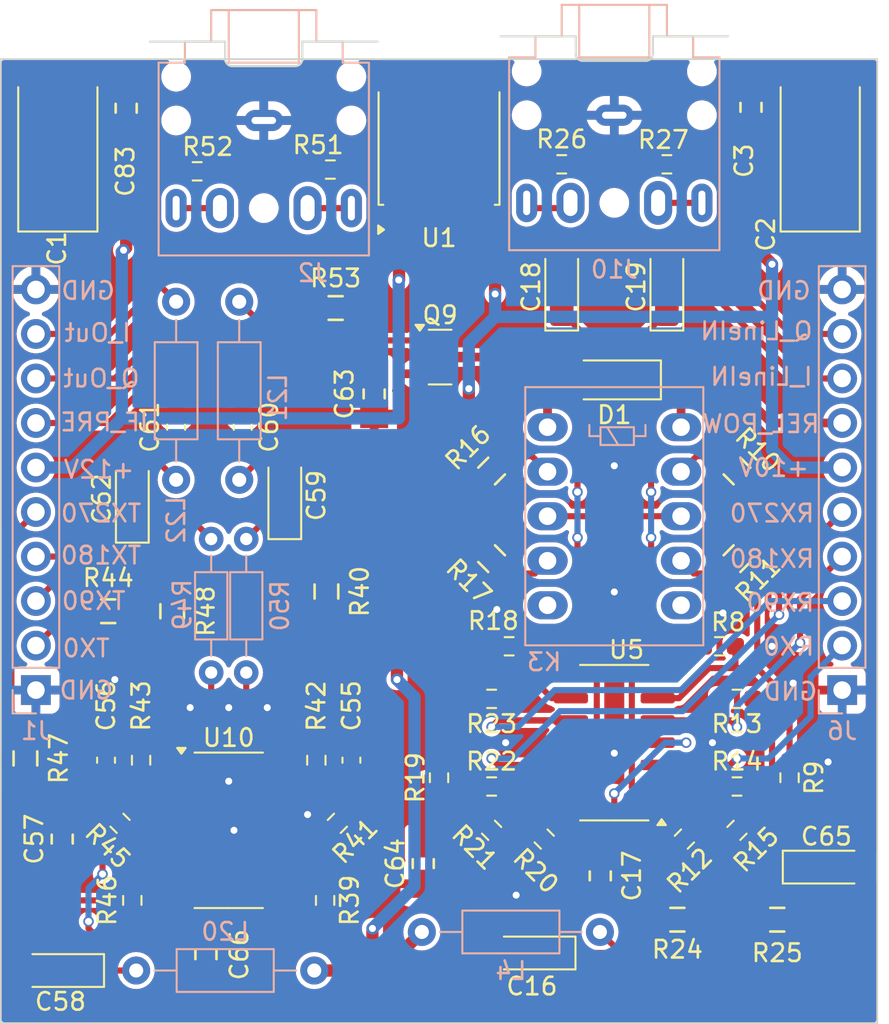
<source format=kicad_pcb>
(kicad_pcb (version 20240108) (generator "pcbnew") (generator_version "8.0")
  (layers (0 "F.Cu" signal) (31 "B.Cu" signal) (34 "B.Paste" user) (35 "F.Paste" user) (36 "B.SilkS" user "B.Silkscreen") (37 "F.SilkS" user "F.Silkscreen") (38 "B.Mask" user) (39 "F.Mask" user) (44 "Edge.Cuts" user))
  (net 0 "")
  (net 1 "GND")
  (net 2 "Net-(K3-Pad4)")
  (net 3 "Net-(K3-Pad9)")
  (net 4 "Net-(K3-Pad7)")
  (net 5 "Net-(K3-Pad2)")
  (net 6 "RELAY_POWER")
  (net 7 "I_LINE_IN")
  (net 8 "Q_LINE_IN")
  (net 9 "+10V")
  (net 10 "Net-(U5E-V+)")
  (net 11 "Net-(U5C--)")
  (net 12 "Net-(R12-Pad1)")
  (net 13 "Net-(U5D--)")
  (net 14 "RX180")
  (net 15 "+5V")
  (net 16 "RX0")
  (net 17 "Net-(U5B--)")
  (net 18 "R_LINE_IN")
  (net 19 "Net-(R19-Pad2)")
  (net 20 "Net-(U5A--)")
  (net 21 "RX270")
  (net 22 "RX90")
  (net 23 "TX180")
  (net 24 "TX0")
  (net 25 "TX90")
  (net 26 "TX270")
  (net 27 "L_LINE_IN")
  (net 28 "Net-(D1-A)")
  (net 29 "+12V")
  (net 30 "PREAMP")
  (net 31 "Net-(C55-Pad1)")
  (net 32 "Net-(U10B--)")
  (net 33 "Net-(U10A--)")
  (net 34 "Net-(C56-Pad1)")
  (net 35 "Net-(Q9-B)")
  (net 36 "TX_IQ_Q")
  (net 37 "TX_IQ_I")
  (net 38 "Net-(R39-Pad1)")
  (net 39 "Net-(R46-Pad1)")
  (net 40 "Net-(U10C--)")
  (net 41 "Net-(U10D--)")
  (net 42 "Net-(U10E-V+)")
  (net 43 "Net-(C62-Pad1)")
  (net 44 "Net-(C59-Pad1)")
  (net 45 "Net-(C59-Pad2)")
  (net 46 "Net-(C61-Pad2)")
  (footprint "Resistor_SMD:R_0603_1608Metric_Pad0.98x0.95mm_HandSolder" (layer "F.Cu") (at 139 84.5 45)
    (property "Reference" "R12")
    (property "Value" "1k")
  )
  (footprint "Resistor_SMD:R_0603_1608Metric_Pad0.98x0.95mm_HandSolder" (layer "F.Cu") (at 128 84 135)
    (property "Reference" "R21")
    (property "Value" "3k")
  )
  (footprint "Resistor_SMD:R_0603_1608Metric_Pad0.98x0.95mm_HandSolder" (layer "F.Cu") (at 118.5 88 90)
    (property "Reference" "R39")
    (property "Value" "4,7k")
  )
  (footprint "Resistor_SMD:R_0603_1608Metric_Pad0.98x0.95mm_HandSolder" (layer "F.Cu") (at 131 84.5 135)
    (property "Reference" "R20")
    (property "Value" "1k")
  )
  (footprint "Resistor_SMD:R_0603_1608Metric_Pad0.98x0.95mm_HandSolder" (layer "F.Cu") (at 142 81.5)
    (property "Reference" "R14")
    (property "Value" "3k")
  )
  (footprint "Capacitor_SMD:C_0603_1608Metric_Pad1.08x0.95mm_HandSolder" (layer "F.Cu") (at 113.8 61 -90)
    (property "Reference" "C60")
    (property "Value" "10nF")
  )
  (footprint "SDR_footprints:R_1206_0603" (layer "F.Cu") (at 128 68.5 -45)
    (property "Reference" "R17")
    (property "Value" "100" (hide yes))
  )
  (footprint "Capacitor_Tantalum_SMD:CP_EIA-3216-18_Kemet-A_Pad1.58x1.35mm_HandSolder" (layer "F.Cu") (at 147.1 86.1)
    (property "Reference" "C65")
    (property "Value" "10uF")
  )
  (footprint "SDR_footprints:R_1206_0603" (layer "F.Cu") (at 142 63.5 -45)
    (property "Reference" "R10")
    (property "Value" "300" (hide yes))
  )
  (footprint "Resistor_SMD:R_0603_1608Metric_Pad0.98x0.95mm_HandSolder" (layer "F.Cu") (at 132 46)
    (property "Reference" "R26")
    (property "Value" "10k")
  )
  (footprint "Capacitor_SMD:C_0603_1608Metric_Pad1.08x0.95mm_HandSolder" (layer "F.Cu") (at 120 80 -90)
    (property "Reference" "C55")
    (property "Value" "390pF")
  )
  (footprint "Resistor_SMD:R_0603_1608Metric_Pad0.98x0.95mm_HandSolder" (layer "F.Cu") (at 125 81 -90)
    (property "Reference" "R19")
    (property "Value" "1k")
  )
  (footprint "Capacitor_Tantalum_SMD:CP_EIA-7343-15_Kemet-W_Pad2.25x2.55mm_HandSolder" (layer "F.Cu") (at 103.25 45.25 90)
    (property "Reference" "C1")
    (property "Value" "100uF")
  )
  (footprint "Capacitor_Tantalum_SMD:CP_EIA-3216-18_Kemet-A_Pad1.58x1.35mm_HandSolder" (layer "F.Cu") (at 103.4 92 180)
    (property "Reference" "C58")
    (property "Value" "10uF")
  )
  (footprint "Resistor_SMD:R_0603_1608Metric_Pad0.98x0.95mm_HandSolder" (layer "F.Cu") (at 128 81.5)
    (property "Reference" "R22")
    (property "Value" "3k")
  )
  (footprint "SDR_footprints:R_1206_0603" (layer "F.Cu") (at 138.6 89.1 180)
    (property "Reference" "R24")
    (property "Value" "750" (hide yes))
  )
  (footprint "Capacitor_Tantalum_SMD:CP_EIA-3216-18_Kemet-A_Pad1.58x1.35mm_HandSolder" (layer "F.Cu") (at 138 53 90)
    (property "Reference" "C19")
    (property "Value" "10uF")
  )
  (footprint "Resistor_SMD:R_0603_1608Metric_Pad0.98x0.95mm_HandSolder" (layer "F.Cu") (at 128 76.5 180)
    (property "Reference" "R23")
    (property "Value" "3k")
  )
  (footprint "Capacitor_Tantalum_SMD:CP_EIA-3216-18_Kemet-A_Pad1.58x1.35mm_HandSolder" (layer "F.Cu") (at 116.2 64.9 90)
    (property "Reference" "C59")
    (property "Value" "4,7uF")
  )
  (footprint "SDR_footprints:R_1206_0603" (layer "F.Cu") (at 118.575 70.375 -90)
    (property "Reference" "R40")
    (property "Value" "1" (hide yes))
  )
  (footprint "SDR_footprints:C_1206_0603" (layer "F.Cu") (at 107.15 42.8 90)
    (property "Reference" "C83")
    (property "Value" "100nF")
  )
  (footprint "Resistor_SMD:R_0603_1608Metric_Pad0.98x0.95mm_HandSolder" (layer "F.Cu") (at 129 73.5 180)
    (property "Reference" "R18")
    (property "Value" "3k")
  )
  (footprint "Resistor_SMD:R_0603_1608Metric_Pad0.98x0.95mm_HandSolder" (layer "F.Cu") (at 106.8 83.6 -45)
    (property "Reference" "R45")
    (property "Value" "4,7k")
  )
  (footprint "Resistor_SMD:R_0603_1608Metric_Pad0.98x0.95mm_HandSolder" (layer "F.Cu") (at 118.8 46.3 180)
    (property "Reference" "R51")
    (property "Value" "10k")
  )
  (footprint "SDR_footprints:R_1206_0603" (layer "F.Cu") (at 109.775 71.5 -90)
    (property "Reference" "R48")
    (property "Value" "1" (hide yes))
  )
  (footprint "SDR_footprints:C_1206_0603" (layer "F.Cu") (at 121.3 59.1 -90)
    (property "Reference" "C63")
    (property "Value" "22..47nF")
  )
  (footprint "Resistor_SMD:R_0603_1608Metric_Pad0.98x0.95mm_HandSolder" (layer "F.Cu") (at 118 80 -90)
    (property "Reference" "R42")
    (property "Value" "4,7k")
  )
  (footprint "SDR_footprints:R_1206_0603" (layer "F.Cu") (at 128 63.5 45)
    (property "Reference" "R16")
    (property "Value" "300" (hide yes))
  )
  (footprint "SDR_footprints:R_1206_0603" (layer "F.Cu") (at 142 68.5 -135)
    (property "Reference" "R11")
    (property "Value" "100" (hide yes))
  )
  (footprint "Capacitor_SMD:C_0603_1608Metric_Pad1.08x0.95mm_HandSolder" (layer "F.Cu") (at 106 80 -90)
    (property "Reference" "C56")
    (property "Value" "390pF")
  )
  (footprint "SDR_footprints:R_1206_0603" (layer "F.Cu") (at 101.4 79.9 -90)
    (property "Reference" "R47")
    (property "Value" "1" (hide yes))
  )
  (footprint "Capacitor_SMD:C_0603_1608Metric_Pad1.08x0.95mm_HandSolder" (layer "F.Cu") (at 110 61 -90)
    (property "Reference" "C61")
    (property "Value" "10nF")
  )
  (footprint "Resistor_SMD:R_0603_1608Metric_Pad0.98x0.95mm_HandSolder" (layer "F.Cu") (at 108 80 -90)
    (property "Reference" "R43")
    (property "Value" "4,7k")
  )
  (footprint "SDR_footprints:C_1206_0603" (layer "F.Cu") (at 124.1 85.9 90)
    (property "Reference" "C64")
    (property "Value" "100nF")
  )
  (footprint "Resistor_SMD:R_0603_1608Metric_Pad0.98x0.95mm_HandSolder" (layer "F.Cu") (at 142 76.5 180)
    (property "Reference" "R13")
    (property "Value" "3k")
  )
  (footprint "Resistor_SMD:R_0603_1608Metric_Pad0.98x0.95mm_HandSolder" (layer "F.Cu") (at 145 81 90)
    (property "Reference" "R9")
    (property "Value" "1k")
  )
  (footprint "Capacitor_Tantalum_SMD:CP_EIA-3216-18_Kemet-A_Pad1.58x1.35mm_HandSolder" (layer "F.Cu") (at 132 53 90)
    (property "Reference" "C18")
    (property "Value" "10uF")
  )
  (footprint "Diode_SMD:D_MiniMELF" (layer "F.Cu") (at 135 58.3 180)
    (property "Reference" "D1")
    (property "Value" "LL4148")
  )
  (footprint "SDR_footprints:R_1206_0603" (layer "F.Cu") (at 144.3 89.1 180)
    (property "Reference" "R25")
    (property "Value" "750" (hide yes))
  )
  (footprint "Package_TO_SOT_SMD:SOT-23" (layer "F.Cu") (at 125.0625 57)
    (property "Reference" "Q9")
    (property "Value" "MMBT2222A")
  )
  (footprint "Resistor_SMD:R_0603_1608Metric_Pad0.98x0.95mm_HandSolder" (layer "F.Cu") (at 107.5 88 90)
    (property "Reference" "R46")
    (property "Value" "4,7k")
  )
  (footprint "Resistor_SMD:R_0603_1608Metric_Pad0.98x0.95mm_HandSolder" (layer "F.Cu") (at 119.2 83.6 -135)
    (property "Reference" "R41")
    (property "Value" "4,7k")
  )
  (footprint "SDR_footprints:C_1206_0603" (layer "F.Cu") (at 134.2 86.6 90)
    (property "Reference" "C17")
    (property "Value" "100nF")
  )
  (footprint "Package_TO_SOT_SMD:TO-252-2" (layer "F.Cu") (at 125 45 90)
    (property "Reference" "U1")
    (property "Value" "78M09")
  )
  (footprint "SDR_footprints:R_1206_0603" (layer "F.Cu") (at 106.125 71.5)
    (property "Reference" "R44")
    (property "Value" "1" (hide yes))
  )
  (footprint "SDR_footprints:C_1206_0603" (layer "F.Cu") (at 103.5 84.5 -90)
    (property "Reference" "C57")
    (property "Value" "100nF")
  )
  (footprint "Resistor_SMD:R_0603_1608Metric_Pad0.98x0.95mm_HandSolder" (layer "F.Cu") (at 138 46)
    (property "Reference" "R27")
    (property "Value" "10k")
  )
  (footprint "Capacitor_Tantalum_SMD:CP_EIA-3216-18_Kemet-A_Pad1.58x1.35mm_HandSolder" (layer "F.Cu") (at 107.5 65.1 90)
    (property "Reference" "C62")
    (property "Value" "4,7uF")
  )
  (footprint "Resistor_SMD:R_0603_1608Metric_Pad0.98x0.95mm_HandSolder" (layer "F.Cu") (at 141 73.5 180)
    (property "Reference" "R8")
    (property "Value" "3k")
  )
  (footprint "SDR_footprints:R_1206_0603" (layer "F.Cu") (at 119.1 54.2 180)
    (property "Reference" "R53")
    (property "Value" "2..4.7k" (hide yes))
  )
  (footprint "Package_SO:SOIC-14_3.9x8.7mm_P1.27mm" (layer "F.Cu") (at 135 79 180)
    (property "Reference" "U5")
    (property "Value" "MC33079" (hide yes))
  )
  (footprint "Resistor_SMD:R_0603_1608Metric_Pad0.98x0.95mm_HandSolder" (layer "F.Cu") (at 142 84 45)
    (property "Reference" "R15")
    (property "Value" "3k")
  )
  (footprint "Resistor_SMD:R_0603_1608Metric_Pad0.98x0.95mm_HandSolder" (layer "F.Cu") (at 111.2 46.4)
    (property "Reference" "R52")
    (property "Value" "10k")
  )
  (footprint "Package_SO:SOIC-14_3.9x8.7mm_P1.27mm" (layer "F.Cu") (at 113 84)
    (property "Reference" "U10")
    (property "Value" "MC33079")
  )
  (footprint "Capacitor_Tantalum_SMD:CP_EIA-7343-15_Kemet-W_Pad2.25x2.55mm_HandSolder" (layer "F.Cu") (at 146.75 45.25 90)
    (property "Reference" "C2")
    (property "Value" "100uF")
  )
  (footprint "SDR_footprints:C_1206_0603" (layer "F.Cu") (at 142.8 42.75 90)
    (property "Reference" "C3")
    (property "Value" "100nF")
  )
  (footprint "Capacitor_Tantalum_SMD:CP_EIA-3216-18_Kemet-A_Pad1.58x1.35mm_HandSolder" (layer "F.Cu") (at 130.3 91 180)
    (property "Reference" "C16")
    (property "Value" "10uF")
  )
  (footprint "SDR_footprints:C_1206_0603" (layer "F.Cu") (at 111.7 91.1 90)
    (property "Reference" "C66")
    (property "Value" "100nF")
  )
  (footprint "Inductor_THT:L_Axial_L5.3mm_D2.2mm_P10.16mm_Horizontal_Vishay_IM-1" (layer "B.Cu") (at 110 64 90)
    (property "Reference" "L22")
    (property "Value" "4.7mH")
  )
  (footprint "Connector_PinHeader_2.54mm:PinHeader_1x10_P2.54mm_Vertical" (layer "B.Cu") (at 102 76)
    (property "Reference" "J1")
    (property "Value" "TX")
  )
  (footprint "Inductor_THT:L_Axial_L5.3mm_D2.2mm_P10.16mm_Horizontal_Vishay_IM-1" (layer "B.Cu") (at 124.02 89.8)
    (property "Reference" "L4")
    (property "Value" "100uH")
  )
  (footprint "Relay_THT:Relay_DPDT_FRT5" (layer "B.Cu") (at 138.81 61 180)
    (property "Reference" "K3")
    (property "Value" "FRT5_separated")
  )
  (footprint "Connector_Audio:Jack_3.5mm_CUI_SJ1-3525N_Horizontal" (layer "B.Cu") (at 135 43.2)
    (property "Reference" "J10")
    (property "Value" "AudioJack3_Ground_SwitchTR")
    (fp_line (start -6.5 -4.5) (end -2.2 -4.5) (stroke (width 0.12)) (layer "Edge.Cuts"))
    (fp_line (start -2.2 -4.5) (end -2.2 -3.5) (stroke (width 0.12)) (layer "Edge.Cuts"))
    (fp_line (start -1.8 -3.1) (end 1.8 -3.1) (stroke (width 0.12)) (layer "Edge.Cuts"))
    (fp_line (start 2.2 -4.5) (end 2.2 -3.5) (stroke (width 0.12)) (layer "Edge.Cuts"))
    (fp_line (start 6.5 -4.5) (end 2.2 -4.5) (stroke (width 0.12)) (layer "Edge.Cuts"))
    (fp_arc (start -1.8 -3.1) (mid -2.082842 -3.217158) (end -2.2 -3.5) (stroke (width 0.12)) (layer "Edge.Cuts"))
    (fp_arc (start 2.2 -3.5) (mid 2.082843 -3.217157) (end 1.8 -3.1) (stroke (width 0.12)) (layer "Edge.Cuts"))
  )
  (footprint "Inductor_THT:L_Axial_L5.3mm_D2.2mm_P10.16mm_Horizontal_Vishay_IM-1" (layer "B.Cu") (at 113.6 64 90)
    (property "Reference" "L21")
    (property "Value" "4.7mH")
  )
  (footprint "Connector_PinHeader_2.54mm:PinHeader_1x10_P2.54mm_Vertical" (layer "B.Cu") (at 148 76)
    (property "Reference" "J6")
    (property "Value" "RX")
  )
  (footprint "Inductor_THT:L_Axial_L5.3mm_D2.2mm_P10.16mm_Horizontal_Vishay_IM-1" (layer "B.Cu") (at 117.88 92 180)
    (property "Reference" "L20")
    (property "Value" "100uH")
  )
  (footprint "Resistor_THT:R_Axial_DIN0204_L3.6mm_D1.6mm_P7.62mm_Horizontal" (layer "B.Cu") (at 114 75 90)
    (property "Reference" "R50")
    (property "Value" "1k")
  )
  (footprint "Resistor_THT:R_Axial_DIN0204_L3.6mm_D1.6mm_P7.62mm_Horizontal" (layer "B.Cu") (at 112 75 90)
    (property "Reference" "R49")
    (property "Value" "1k")
  )
  (footprint "Connector_Audio:Jack_3.5mm_CUI_SJ1-3525N_Horizontal" (layer "B.Cu") (at 115 43.5)
    (property "Reference" "J2")
    (property "Value" "AudioJack3_Ground_SwitchTR")
    (fp_line (start -6.5 -4.5) (end -2.2 -4.5) (stroke (width 0.12)) (layer "Edge.Cuts"))
    (fp_line (start -2.2 -4.5) (end -2.2 -3.5) (stroke (width 0.12)) (layer "Edge.Cuts"))
    (fp_line (start -1.8 -3.1) (end 1.8 -3.1) (stroke (width 0.12)) (layer "Edge.Cuts"))
    (fp_line (start 2.2 -4.5) (end 2.2 -3.5) (stroke (width 0.12)) (layer "Edge.Cuts"))
    (fp_line (start 6.5 -4.5) (end 2.2 -4.5) (stroke (width 0.12)) (layer "Edge.Cuts"))
    (fp_arc (start -1.8 -3.1) (mid -2.082842 -3.217158) (end -2.2 -3.5) (stroke (width 0.12)) (layer "Edge.Cuts"))
    (fp_arc (start 2.2 -3.5) (mid 2.082843 -3.217157) (end 1.8 -3.1) (stroke (width 0.12)) (layer "Edge.Cuts"))
  )
  (gr_line (start 150 40) (end 100 40) (stroke (width 0.1)) (layer "Edge.Cuts"))
  (gr_line (start 150 95) (end 150 40) (stroke (width 0.1)) (layer "Edge.Cuts"))
  (gr_line (start 100 95) (end 150 95) (stroke (width 0.1)) (layer "Edge.Cuts"))
  (gr_line (start 100 40) (end 100 95) (stroke (width 0.1)) (layer "Edge.Cuts"))
  (gr_text "TX0" (at 106.3 74.2 0) (layer "B.SilkS") (effects (font (size 1 1)) (justify left bottom mirror)))
  (gr_text "RX180\n" (at 146.5 69.1 0) (layer "B.SilkS") (effects (font (size 1 1)) (justify left bottom mirror)))
  (gr_text "TX90" (at 107.2 71.5 0) (layer "B.SilkS") (effects (font (size 1 1)) (justify left bottom mirror)))
  (gr_text "RX0" (at 146.5 74.1 0) (layer "B.SilkS") (effects (font (size 1 1)) (justify left bottom mirror)))
  (gr_text "TX180" (at 108.1 68.9 0) (layer "B.SilkS") (effects (font (size 1 1)) (justify left bottom mirror)))
  (gr_text "Q_LineIN" (at 146.4 56.1 0) (layer "B.SilkS") (effects (font (size 1 1)) (justify left bottom mirror)))
  (gr_text "REL_POW" (at 146.8 61.4 -0) (layer "B.SilkS") (effects (font (size 1 1)) (justify left bottom mirror)))
  (gr_text "RX90" (at 146.5 71.6 0) (layer "B.SilkS") (effects (font (size 1 1)) (justify left bottom mirror)))
  (gr_text "+12V" (at 107.7 64 0) (layer "B.SilkS") (effects (font (size 1 1)) (justify left bottom mirror)))
  (gr_text "Q_Out" (at 108 58.8 0) (layer "B.SilkS") (effects (font (size 1 1)) (justify left bottom mirror)))
  (gr_text "RX270\n" (at 146.5 66.5 0) (layer "B.SilkS") (effects (font (size 1 1)) (justify left bottom mirror)))
  (gr_text "I_LineIN" (at 146.4 58.7 0) (layer "B.SilkS") (effects (font (size 1 1)) (justify left bottom mirror)))
  (gr_text "GND" (at 146.67 76.665 0) (layer "B.SilkS") (effects (font (size 1 1)) (justify left bottom mirror)))
  (gr_text "GND" (at 106.6 53.8 0) (layer "B.SilkS") (effects (font (size 1 1)) (justify left bottom mirror)))
  (gr_text "GND" (at 106.5 76.6 0) (layer "B.SilkS") (effects (font (size 1 1)) (justify left bottom mirror)))
  (gr_text "TX270" (at 108.1 66.5 0) (layer "B.SilkS") (effects (font (size 1 1)) (justify left bottom mirror)))
  (gr_text "+10V\n" (at 146.2 63.9 0) (layer "B.SilkS") (effects (font (size 1 1)) (justify left bottom mirror)))
  (gr_text "I_Out" (at 107.5 56.2 0) (layer "B.SilkS") (effects (font (size 1 1)) (justify left bottom mirror)))
  (gr_text "IF_PRE" (at 108.5 61.3 0) (layer "B.SilkS") (effects (font (size 1 1)) (justify left bottom mirror)))
  (gr_text "GND" (at 146.3 53.8 0) (layer "B.SilkS") (effects (font (size 1 1)) (justify left bottom mirror)))
  (segment (start 117.5 83.8) (end 117.5 83.1) (width 0.35) (layer "F.Cu") (net 1))
  (segment (start 117.3 84) (end 117.5 83.8) (width 0.35) (layer "F.Cu") (net 1))
  (segment (start 134.2 87.75) (end 129.45 87.75) (width 0.35) (layer "F.Cu") (net 1))
  (segment (start 113 77) (end 113 81.2) (width 0.35) (layer "F.Cu") (net 1))
  (segment (start 105.9 76) (end 106.5 75.4) (width 0.35) (layer "F.Cu") (net 1))
  (segment (start 146.5 76) (end 145.6 75.1) (width 0.35) (layer "F.Cu") (net 1))
  (segment (start 145.2 75.5) (end 145.2 75.6) (width 0.35) (layer "F.Cu") (net 1))
  (segment (start 135 79.6) (end 135 70.4) (width 0.35) (layer "F.Cu") (net 1))
  (segment (start 148 79.3) (end 147.2 80.1) (width 0.35) (layer "F.Cu") (net 1))
  (segment (start 148 76) (end 146.5 76) (width 0.35) (layer "F.Cu") (net 1))
  (segment (start 129.45 87.75) (end 129.4 87.7) (width 0.35) (layer "F.Cu") (net 1))
  (segment (start 145.6 75.1) (end 144 73.5) (width 0.35) (layer "F.Cu") (net 1))
  (segment (start 102 76) (end 105.9 76) (width 0.35) (layer "F.Cu") (net 1))
  (segment (start 115.475 84) (end 117.3 84) (width 0.35) (layer "F.Cu") (net 1))
  (segment (start 148 76) (end 148 79.3) (width 0.35) (layer "F.Cu") (net 1))
  (segment (start 132.525 79) (end 128.8 79) (width 0.35) (layer "F.Cu") (net 1))
  (segment (start 115.475 84) (end 113.3 84) (width 0.35) (layer "F.Cu") (net 1))
  (segment (start 145.6 75.1) (end 145.2 75.5) (width 0.35) (layer "F.Cu") (net 1))
  (via (at 135 63.2) (size 0.6) (drill 0.4) (layers "F.Cu" "B.Cu") (net 1))
  (via (at 128.8 79) (size 0.6) (drill 0.4) (layers "F.Cu" "B.Cu") (net 1))
  (via (at 106.5 75.4) (size 0.6) (drill 0.4) (layers "F.Cu" "B.Cu") (net 1))
  (via (at 113 77) (size 0.6) (drill 0.4) (layers "F.Cu" "B.Cu") (net 1))
  (via (at 140.6 79) (size 0.6) (drill 0.4) (layers "F.Cu" "B.Cu") (net 1))
  (via (at 113 81.2) (size 0.6) (drill 0.4) (layers "F.Cu" "B.Cu") (net 1))
  (via (at 135 70.4) (size 0.6) (drill 0.4) (layers "F.Cu" "B.Cu") (net 1))
  (via (at 128.3 71.4) (size 0.6) (drill 0.4) (layers "F.Cu" "B.Cu") (net 1))
  (via (at 115.2 77) (size 0.6) (drill 0.4) (layers "F.Cu" "B.Cu") (net 1))
  (via (at 141.2 71.6) (size 0.6) (drill 0.4) (layers "F.Cu" "B.Cu") (net 1))
  (via (at 110.8 77) (size 0.6) (drill 0.4) (layers "F.Cu" "B.Cu") (net 1))
  (via (at 147.2 80.1) (size 0.6) (drill 0.4) (layers "F.Cu" "B.Cu") (net 1))
  (via (at 144 73.5) (size 0.6) (drill 0.4) (layers "F.Cu" "B.Cu") (net 1))
  (via (at 117.5 83.1) (size 0.6) (drill 0.4) (layers "F.Cu" "B.Cu") (net 1))
  (via (at 129.4 87.7) (size 0.6) (drill 0.4) (layers "F.Cu" "B.Cu") (net 1))
  (via (at 145.2 75.6) (size 0.6) (drill 0.4) (layers "F.Cu" "B.Cu") (net 1))
  (via (at 135 79.6) (size 0.6) (drill 0.4) (layers "F.Cu" "B.Cu") (net 1))
  (via (at 113.3 84) (size 0.6) (drill 0.4) (layers "F.Cu" "B.Cu") (net 1))
  (segment (start 140.6 79) (end 142.8 79) (width 0.35) (layer "B.Cu") (net 1))
  (segment (start 135 70.4) (end 137.4 72.8) (width 0.35) (layer "B.Cu") (net 1))
  (segment (start 135 70.4) (end 135 63.2) (width 0.35) (layer "B.Cu") (net 1))
  (segment (start 139.6 78) (end 136.6 78) (width 0.35) (layer "B.Cu") (net 1))
  (segment (start 136.6 78) (end 135 79.6) (width 0.35) (layer "B.Cu") (net 1))
  (segment (start 106.5 75.4) (end 109.2 75.4) (width 0.35) (layer "B.Cu") (net 1))
  (segment (start 129.6 72.7) (end 128.3 71.4) (width 0.35) (layer "B.Cu") (net 1))
  (segment (start 135 71.7) (end 134.75 71.95) (width 0.35) (layer "B.Cu") (net 1))
  (segment (start 140 72.8) (end 141.2 71.6) (width 0.35) (layer "B.Cu") (net 1))
  (segment (start 140.6 79) (end 139.6 78) (width 0.35) (layer "B.Cu") (net 1))
  (segment (start 110.8 77) (end 113 77) (width 0.35) (layer "B.Cu") (net 1))
  (segment (start 137.4 72.8) (end 140 72.8) (width 0.35) (layer "B.Cu") (net 1))
  (segment (start 142.8 79) (end 143.4 78.4) (width 0.35) (layer "B.Cu") (net 1))
  (segment (start 135 70.4) (end 135 71.7) (width 0.35) (layer "B.Cu") (net 1))
  (segment (start 143.4 77.4) (end 143.4 78.4) (width 0.35) (layer "B.Cu") (net 1))
  (segment (start 134 72.7) (end 129.6 72.7) (width 0.35) (layer "B.Cu") (net 1))
  (segment (start 109.2 75.4) (end 110.8 77) (width 0.35) (layer "B.Cu") (net 1))
  (segment (start 113 77) (end 115.2 77) (width 0.35) (layer "B.Cu") (net 1))
  (segment (start 145.2 75.6) (end 143.4 77.4) (width 0.35) (layer "B.Cu") (net 1))
  (segment (start 134.75 71.95) (end 134 72.7) (width 0.35) (layer "B.Cu") (net 1))
  (segment (start 139.538528 69.348528) (end 138.81 68.62) (width 0.35) (layer "F.Cu") (net 2))
  (segment (start 141.151471 69.348528) (end 139.538528 69.348528) (width 0.35) (layer "F.Cu") (net 2))
  (segment (start 130.301472 62.651472) (end 131.19 63.54) (width 0.35) (layer "F.Cu") (net 3))
  (segment (start 128.848528 62.651472) (end 130.301472 62.651472) (width 0.35) (layer "F.Cu") (net 3))
  (segment (start 128.848528 69.348528) (end 130.461472 69.348528) (width 0.35) (layer "F.Cu") (net 4))
  (segment (start 130.461472 69.348528) (end 131.19 68.62) (width 0.35) (layer "F.Cu") (net 4))
  (segment (start 141.151472 62.651472) (end 139.698528 62.651472) (width 0.35) (layer "F.Cu") (net 5))
  (segment (start 139.698528 62.651472) (end 138.81 63.54) (width 0.35) (layer "F.Cu") (net 5))
  (segment (start 148 60.76) (end 143.96 60.76) (width 0.5) (layer "F.Cu") (net 6))
  (segment (start 138.8 58.3) (end 141.5 58.3) (width 0.5) (layer "F.Cu") (net 6))
  (segment (start 143.96 60.76) (end 141.5 58.3) (width 0.5) (layer "F.Cu") (net 6))
  (segment (start 136.75 58.3) (end 138.8 58.3) (width 0.5) (layer "F.Cu") (net 6))
  (segment (start 138.81 61) (end 138.81 58.31) (width 0.5) (layer "F.Cu") (net 6))
  (segment (start 138.81 58.31) (end 138.8 58.3) (width 0.5) (layer "F.Cu") (net 6))
  (segment (start 131.0875 46) (end 131.0875 48.4875) (width 0.35) (layer "F.Cu") (net 7))
  (segment (start 131.0875 49.6875) (end 131.6 50.2) (width 0.35) (layer "F.Cu") (net 7))
  (segment (start 140.2 53) (end 145.42 58.22) (width 0.35) (layer "F.Cu") (net 7))
  (segment (start 131.6 50.2) (end 132 50.2) (width 0.35) (layer "F.Cu") (net 7))
  (segment (start 132 51.5625) (end 132 50.2) (width 0.35) (layer "F.Cu") (net 7))
  (segment (start 131.0875 48.4875) (end 131.0875 49.6875) (width 0.35) (layer "F.Cu") (net 7))
  (segment (start 135.5 53) (end 140.2 53) (width 0.35) (layer "F.Cu") (net 7))
  (segment (start 130 48.5) (end 131.1 48.5) (width 0.35) (layer "F.Cu") (net 7))
  (segment (start 132.7 50.2) (end 135.5 53) (width 0.35) (layer "F.Cu") (net 7))
  (segment (start 131.0875 48.4875) (end 131.1 48.5) (width 0.35) (layer "F.Cu") (net 7))
  (segment (start 145.42 58.22) (end 148 58.22) (width 0.35) (layer "F.Cu") (net 7))
  (segment (start 131.1 48.5) (end 132.5 48.5) (width 0.35) (layer "F.Cu") (net 7))
  (segment (start 132 50.2) (end 132.7 50.2) (width 0.35) (layer "F.Cu") (net 7))
  (segment (start 138.9125 46) (end 138.9125 48.0875) (width 0.35) (layer "F.Cu") (net 8))
  (segment (start 138.9125 48.0875) (end 138.8 48.2) (width 0.35) (layer "F.Cu") (net 8))
  (segment (start 139.1 48.2) (end 140 48.2) (width 0.35) (layer "F.Cu") (net 8))
  (segment (start 140.9625 51.5625) (end 145.08 55.68) (width 0.35) (layer "F.Cu") (net 8))
  (segment (start 138.8 48.2) (end 139.1 48.2) (width 0.35) (layer "F.Cu") (net 8))
  (segment (start 138.8 48.2) (end 138.8 49.3) (width 0.35) (layer "F.Cu") (net 8))
  (segment (start 139.1 51.5625) (end 139.1 49.6) (width 0.35) (layer "F.Cu") (net 8))
  (segment (start 138 51.5625) (end 139.1 51.5625) (width 0.35) (layer "F.Cu") (net 8))
  (segment (start 145.08 55.68) (end 148 55.68) (width 0.35) (layer "F.Cu") (net 8))
  (segment (start 139.1 51.5625) (end 140.9625 51.5625) (width 0.35) (layer "F.Cu") (net 8))
  (segment (start 138.8 49.3) (end 139.1 49.6) (width 0.35) (layer "F.Cu") (net 8))
  (segment (start 137.5 48.2) (end 138.8 48.2) (width 0.35) (layer "F.Cu") (net 8))
  (segment (start 142.8 43.9) (end 142.8 48.5) (width 0.7) (layer "F.Cu") (net 9))
  (segment (start 121.2 89.6) (end 121.2 90.9) (width 0.7) (layer "F.Cu") (net 9))
  (segment (start 121.2 90.9) (end 122.92 90.9) (width 0.7) (layer "F.Cu") (net 9))
  (segment (start 126.7 58.8) (end 126.7 61) (width 0.7) (layer "F.Cu") (net 9))
  (segment (start 122.92 90.9) (end 123.26 90.56) (width 0.7) (layer "F.Cu") (net 9))
  (segment (start 127.28 50.04) (end 127.28 51.58) (width 0.7) (layer "F.Cu") (net 9))
  (segment (start 127.28 51.58) (end 128.2 52.5) (width 0.7) (layer "F.Cu") (net 9))
  (segment (start 146.75 48.45) (end 142.85 48.45) (width 0.7) (layer "F.Cu") (net 9))
  (segment (start 121.2 90.9) (end 120.1 92) (width 0.7) (layer "F.Cu") (net 9))
  (segment (start 122.6 65.1) (end 122.6 75.4) (width 0.7) (layer "F.Cu") (net 9))
  (segment (start 142.8 50.5) (end 144 51.7) (width 0.7) (layer "F.Cu") (net 9))
  (segment (start 142.85 48.45) (end 142.8 48.5) (width 0.7) (layer "F.Cu") (net 9))
  (segment (start 120.1 92) (end 117.88 92) (width 0.7) (layer "F.Cu") (net 9))
  (segment (start 126.7 61) (end 122.6 65.1) (width 0.7) (layer "F.Cu") (net 9))
  (segment (start 128.2 53.4) (end 128.2 52.5) (width 0.7) (layer "F.Cu") (net 9))
  (segment (start 123.26 90.56) (end 124.02 89.8) (width 0.7) (layer "F.Cu") (net 9))
  (segment (start 142.8 48.5) (end 142.8 50.5) (width 0.7) (layer "F.Cu") (net 9))
  (via (at 122.6 75.4) (size 0.6) (drill 0.4) (layers "F.Cu" "B.Cu") (net 9))
  (via (at 126.7 58.8) (size 0.6) (drill 0.4) (layers "F.Cu" "B.Cu") (net 9))
  (via (at 128.2 53.4) (size 0.6) (drill 0.4) (layers "F.Cu" "B.Cu") (net 9))
  (via (at 121.2 89.6) (size 0.6) (drill 0.4) (layers "F.Cu" "B.Cu") (net 9))
  (via (at 144 51.7) (size 0.6) (drill 0.4) (layers "F.Cu" "B.Cu") (net 9))
  (segment (start 144 62.3) (end 144 54.7) (width 0.7) (layer "B.Cu") (net 9))
  (segment (start 144 51.7) (end 144 54.7) (width 0.7) (layer "B.Cu") (net 9))
  (segment (start 122.6 75.4) (end 123.6 76.4) (width 0.7) (layer "B.Cu") (net 9))
  (segment (start 126.7 56.2) (end 128.2 54.7) (width 0.7) (layer "B.Cu") (net 9))
  (segment (start 126.7 58.8) (end 126.7 56.2) (width 0.7) (layer "B.Cu") (net 9))
  (segment (start 148 63.3) (end 145 63.3) (width 0.7) (layer "B.Cu") (net 9))
  (segment (start 123.6 87.2) (end 121.2 89.6) (width 0.7) (layer "B.Cu") (net 9))
  (segment (start 145 63.3) (end 144 62.3) (width 0.7) (layer "B.Cu") (net 9))
  (segment (start 123.6 76.4) (end 123.6 87.2) (width 0.7) (layer "B.Cu") (net 9))
  (segment (start 128.2 53.4) (end 128.2 54.7) (width 0.7) (layer "B.Cu") (net 9))
  (segment (start 128.2 54.7) (end 144 54.7) (width 0.7) (layer "B.Cu") (net 9))
  (segment (start 135.6 89.1) (end 135.6 90.4) (width 0.35) (layer "F.Cu") (net 10))
  (segment (start 134.18 89.8) (end 135.18 90.8) (width 0.35) (layer "F.Cu") (net 10))
  (segment (start 135.6 84) (end 135 83.4) (width 0.35) (layer "F.Cu") (net 10))
  (segment (start 135 91) (end 131.7375 91) (width 0.35) (layer "F.Cu") (net 10))
  (segment (start 139.1 79) (end 137.475 79) (width 0.35) (layer "F.Cu") (net 10))
  (segment (start 135.2 90.8) (end 135 91) (width 0.35) (layer "F.Cu") (net 10))
  (segment (start 135.6 90.4) (end 135.2 90.8) (width 0.35) (layer "F.Cu") (net 10))
  (segment (start 135.18 90.8) (end 135.2 90.8) (width 0.35) (layer "F.Cu") (net 10))
  (segment (start 135 83.4) (end 135 81.9) (width 0.35) (layer "F.Cu") (net 10))
  (segment (start 135.6 85.45) (end 135.6 89.1) (width 0.35) (layer "F.Cu") (net 10))
  (segment (start 135.6 85.45) (end 135.6 84) (width 0.35) (layer "F.Cu") (net 10))
  (segment (start 137.4 89.1) (end 135.6 89.1) (width 0.35) (layer "F.Cu") (net 10))
  (segment (start 134.2 85.45) (end 135.6 85.45) (width 0.35) (layer "F.Cu") (net 10))
  (via (at 135 81.9) (size 0.6) (drill 0.4) (layers "F.Cu" "B.Cu") (net 10))
  (via (at 139.1 79) (size 0.6) (drill 0.4) (layers "F.Cu" "B.Cu") (net 10))
  (segment (start 135 81.9) (end 137.9 79) (width 0.35) (layer "B.Cu") (net 10))
  (segment (start 137.9 79) (end 139.1 79) (width 0.35) (layer "B.Cu") (net 10))
  (segment (start 127.01875 74.56875) (end 129.54375 74.56875) (width 0.35) (layer "F.Cu") (net 11))
  (segment (start 128.9 67.6) (end 128 68.5) (width 0.35) (layer "F.Cu") (net 11))
  (segment (start 126.94375 73.5) (end 126.94375 69.55625) (width 0.35) (layer "F.Cu") (net 11))
  (segment (start 126.94375 73.5) (end 126.94375 74.64375) (width 0.35) (layer "F.Cu") (net 11))
  (segment (start 127.151472 64.348528) (end 128.9 66.097056) (width 0.35) (layer "F.Cu") (net 11))
  (segment (start 126.94375 74.64375) (end 127.01875 74.56875) (width 0.35) (layer "F.Cu") (net 11))
  (segment (start 125 76.5875) (end 126.94375 74.64375) (width 0.35) (layer "F.Cu") (net 11))
  (segment (start 128.0875 73.5) (end 126.94375 73.5) (width 0.35) (layer "F.Cu") (net 11))
  (segment (start 132.525 76.46) (end 131.435 76.46) (width 0.35) (layer "F.Cu") (net 11))
  (segment (start 128 68.5) (end 126.94375 69.55625) (width 0.35) (layer "F.Cu") (net 11))
  (segment (start 131.435 76.46) (end 129.54375 74.56875) (width 0.35) (layer "F.Cu") (net 11))
  (segment (start 127.151472 67.651472) (end 128 68.5) (width 0.35) (layer "F.Cu") (net 11))
  (segment (start 125 80.0875) (end 125 76.5875) (width 0.35) (layer "F.Cu") (net 11))
  (segment (start 128.9 66.097056) (end 128.9 67.6) (width 0.35) (layer "F.Cu") (net 11))
  (segment (start 137.475 82.81) (end 137.475 82.975) (width 0.35) (layer "F.Cu") (net 12))
  (segment (start 139 84.5) (end 140.4 85.9) (width 0.35) (layer "F.Cu") (net 12))
  (segment (start 138.354765 85.145235) (end 139 84.5) (width 0.35) (layer "F.Cu") (net 12))
  (segment (start 145 81.9125) (end 145 83.1) (width 0.35) (layer "F.Cu") (net 12))
  (segment (start 137.475 82.975) (end 139 84.5) (width 0.35) (layer "F.Cu") (net 12))
  (segment (start 140.4 85.9) (end 142.2 85.9) (width 0.35) (layer "F.Cu") (net 12))
  (segment (start 142.2 85.9) (end 145 83.1) (width 0.35) (layer "F.Cu") (net 12))
  (segment (start 130.96 81.54) (end 129.5 83) (width 0.35) (layer "F.Cu") (net 13))
  (segment (start 132.525 81.54) (end 133.985 81.54) (width 0.35) (layer "F.Cu") (net 13))
  (segment (start 131.19 66.08) (end 134 66.08) (width 0.35) (layer "F.Cu") (net 13))
  (segment (start 128.645235 83.854765) (end 128.645235 84.645235) (width 0.35) (layer "F.Cu") (net 13))
  (segment (start 129.5 83) (end 128.645235 83.854765) (width 0.35) (layer "F.Cu") (net 13))
  (segment (start 132.525 81.54) (end 130.96 81.54) (width 0.35) (layer "F.Cu") (net 13))
  (segment (start 130.354765 83.854765) (end 129.5 83) (width 0.35) (layer "F.Cu") (net 13))
  (segment (start 134 66.08) (end 134 81.525) (width 0.35) (layer "F.Cu") (net 13))
  (segment (start 133.985 81.54) (end 134 81.525) (width 0.35) (layer "F.Cu") (net 13))
  (segment (start 137.475 77.73) (end 141.1 77.73) (width 0.35) (layer "F.Cu") (net 14))
  (segment (start 141.0875 77.7175) (end 141.1 77.73) (width 0.35) (layer "F.Cu") (net 14))
  (segment (start 145.6 70.78) (end 148 68.38) (width 0.35) (layer "F.Cu") (net 14))
  (segment (start 141.1 77.73) (end 141.63 77.73) (width 0.35) (layer "F.Cu") (net 14))
  (segment (start 140.63 77.73) (end 139.8575 77.73) (width 0.35) (layer "F.Cu") (net 14))
  (segment (start 141.0875 76.5) (end 141.0875 77.7175) (width 0.35) (layer "F.Cu") (net 14))
  (segment (start 141.63 77.73) (end 142 78.1) (width 0.35) (layer "F.Cu") (net 14))
  (segment (start 145.6 73.3) (end 145.6 70.78) (width 0.35) (layer "F.Cu") (net 14))
  (segment (start 139.8575 77.73) (end 137.475 77.73) (width 0.35) (layer "F.Cu") (net 14))
  (via (at 142 78.1) (size 0.6) (drill 0.4) (layers "F.Cu" "B.Cu") (net 14))
  (via (at 145.6 73.3) (size 0.6) (drill 0.4) (layers "F.Cu" "B.Cu") (net 14))
  (segment (start 142 76.9) (end 142 78.1) (width 0.35) (layer "B.Cu") (net 14))
  (segment (start 145.6 73.3) (end 142 76.9) (width 0.35) (layer "B.Cu") (net 14))
  (segment (start 124.9 83.1) (end 126.3 84.5) (width 0.35) (layer "F.Cu") (net 15))
  (segment (start 126 77.5875) (end 127.0875 76.5) (width 0.35) (layer "F.Cu") (net 15))
  (segment (start 145.6 86.1) (end 144.4 84.9) (width 0.35) (layer "F.Cu") (net 15))
  (segment (start 126 82) (end 127.354765 83.354765) (width 0.35) (layer "F.Cu") (net 15))
  (segment (start 144 81) (end 146.1 81) (width 0.35) (layer "F.Cu") (net 15))
  (segment (start 126 81.5) (end 126 82) (width 0.35) (layer "F.Cu") (net 15))
  (segment (start 126 81) (end 126 77.5875) (width 0.35) (layer "F.Cu") (net 15))
  (segment (start 112.1 82.73) (end 112.1 85.27) (width 0.35) (layer "F.Cu") (net 15))
  (segment (start 144 77.5875) (end 142.9125 76.5) (width 0.35) (layer "F.Cu") (net 15))
  (segment (start 113 85.27) (end 112.1 85.27) (width 0.35) (layer "F.Cu") (net 15))
  (segment (start 113 89.95) (end 113.65 89.95) (width 0.35) (layer "F.Cu") (net 15))
  (segment (start 144 81.5) (end 144 81) (width 0.35) (layer "F.Cu") (net 15))
  (segment (start 144 81) (end 144 77.5875) (width 0.35) (layer "F.Cu") (net 15))
  (segment (start 124.1 83.1) (end 124.1 84.75) (width 0.35) (layer "F.Cu") (net 15))
  (segment (start 142.645235 83.354765) (end 144 82) (width 0.35) (layer "F.Cu") (net 15))
  (segment (start 117.1 93.4) (end 124.9 93.4) (width 0.35) (layer "F.Cu") (net 15))
  (segment (start 126 81) (end 124.2 81) (width 0.35) (layer "F.Cu") (net 15))
  (segment (start 146.1 81) (end 146.1 83.2) (width 0.35) (layer "F.Cu") (net 15))
  (segment (start 127.0875 81.5) (end 126 81.5) (width 0.35) (layer "F.Cu") (net 15))
  (segment (start 139.8 89.1) (end 141.4 89.1) (width 0.35) (layer "F.Cu") (net 15))
  (segment (start 112.1 82.73) (end 110.525 82.73) (width 0.35) (layer "F.Cu") (net 15))
  (segment (start 144 82) (end 144 81.5) (width 0.35) (layer "F.Cu") (net 15))
  (segment (start 145.6625 86.1) (end 145.6 86.1) (width 0.35) (layer "F.Cu") (net 15))
  (segment (start 142.9125 81.5) (end 144 81.5) (width 0.35) (layer "F.Cu") (net 15))
  (segment (start 115.475 85.27) (end 113 85.27) (width 0.35) (layer "F.Cu") (net 15))
  (segment (start 124.1 81.1) (end 124.1 83.1) (width 0.35) (layer "F.Cu") (net 15))
  (segment (start 124.1 83.1) (end 124.9 83.1) (width 0.35) (layer "F.Cu") (net 15))
  (segment (start 113 85.27) (end 113 89.95) (width 0.35) (layer "F.Cu") (net 15))
  (segment (start 146.1 83.2) (end 144.4 84.9) (width 0.35) (layer "F.Cu") (net 15))
  (segment (start 111.7 89.95) (end 113 89.95) (width 0.35) (layer "F.Cu") (net 15))
  (segment (start 126.3 93.1) (end 138.4 93.1) (width 0.35) (layer "F.Cu") (net 15))
  (segment (start 112.1 82.73) (end 115.475 82.73) (width 0.35) (layer "F.Cu") (net 15))
  (segment (start 141.4 90.1) (end 141.4 89.1) (width 0.35) (layer "F.Cu") (net 15))
  (segment (start 138.4 93.1) (end 141.4 90.1) (width 0.35) (layer "F.Cu") (net 15))
  (segment (start 141.4 87.9) (end 141.4 89.1) (width 0.35) (layer "F.Cu") (net 15))
  (segment (start 113.65 89.95) (end 117.1 93.4) (width 0.35) (layer "F.Cu") (net 15))
  (segment (start 124.9 93.4) (end 125.2 93.1) (width 0.35) (layer "F.Cu") (net 15))
  (segment (start 141.4 89.1) (end 143.1 89.1) (width 0.35) (layer "F.Cu") (net 15))
  (segment (start 112.1 85.27) (end 110.525 85.27) (width 0.35) (layer "F.Cu") (net 15))
  (segment (start 126.3 84.5) (end 126.3 93.1) (width 0.35) (layer "F.Cu") (net 15))
  (segment (start 126 81.5) (end 126 81) (width 0.35) (layer "F.Cu") (net 15))
  (segment (start 144.4 84.9) (end 141.4 87.9) (width 0.35) (layer "F.Cu") (net 15))
  (segment (start 124.2 81) (end 124.1 81.1) (width 0.35) (layer "F.Cu") (net 15))
  (segment (start 125.2 93.1) (end 126.3 93.1) (width 0.35) (layer "F.Cu") (net 15))
  (segment (start 141.97 79.9) (end 141.6 80.27) (width 0.35) (layer "F.Cu") (net 16))
  (segment (start 137.475 80.27) (end 141.1 80.27) (width 0.35) (layer "F.Cu") (net 16))
  (segment (start 141.6 80.27) (end 141.1 80.27) (width 0.35) (layer "F.Cu") (net 16))
  (segment (start 141.0875 81.5) (end 141.0875 80.2825) (width 0.35) (layer "F.Cu") (net 16))
  (segment (start 141.0875 80.2825) (end 141.1 80.27) (width 0.35) (layer "F.Cu") (net 16))
  (segment (start 142 79.9) (end 141.97 79.9) (width 0.35) (layer "F.Cu") (net 16))
  (via (at 142 79.9) (size 0.6) (drill 0.4) (layers "F.Cu" "B.Cu") (net 16))
  (segment (start 148 73.46) (end 146.2 75.26) (width 0.35) (layer "B.Cu") (net 16))
  (segment (start 146.2 75.26) (end 146.2 77.5) (width 0.35) (layer "B.Cu") (net 16))
  (segment (start 146.2 77.5) (end 143.8 79.9) (width 0.35) (layer "B.Cu") (net 16))
  (segment (start 143.8 79.9) (end 142 79.9) (width 0.35) (layer "B.Cu") (net 16))
  (segment (start 143.15625 74.74375) (end 145 76.5875) (width 0.35) (layer "F.Cu") (net 17))
  (segment (start 143.15625 69.65625) (end 142 68.5) (width 0.35) (layer "F.Cu") (net 17))
  (segment (start 141.1 66.097056) (end 142.848528 64.348528) (width 0.35) (layer "F.Cu") (net 17))
  (segment (start 141.9125 73.5) (end 141.9125 74.73125) (width 0.35) (layer "F.Cu") (net 17))
  (segment (start 137.475 76.46) (end 138.69 76.46) (width 0.35) (layer "F.Cu") (net 17))
  (segment (start 141.1 67.6) (end 141.1 66.097056) (width 0.35) (layer "F.Cu") (net 17))
  (segment (start 138.69 76.46) (end 140.40625 74.74375) (width 0.35) (layer "F.Cu") (net 17))
  (segment (start 141.925 74.74375) (end 143.15625 74.74375) (width 0.35) (layer "F.Cu") (net 17))
  (segment (start 141.9125 74.73125) (end 141.925 74.74375) (width 0.35) (layer "F.Cu") (net 17))
  (segment (start 143.15625 69.65625) (end 143.15625 74.74375) (width 0.35) (layer "F.Cu") (net 17))
  (segment (start 145 80.0875) (end 145 76.5875) (width 0.35) (layer "F.Cu") (net 17))
  (segment (start 140.40625 74.74375) (end 141.925 74.74375) (width 0.35) (layer "F.Cu") (net 17))
  (segment (start 142.84853 67.651472) (end 142 68.5) (width 0.35) (layer "F.Cu") (net 17))
  (segment (start 142 68.5) (end 141.1 67.6) (width 0.35) (layer "F.Cu") (net 17))
  (segment (start 134.4 56.8375) (end 132 54.4375) (width 0.35) (layer "F.Cu") (net 18))
  (segment (start 132.9 62.1) (end 132.9 64.7) (width 0.35) (layer "F.Cu") (net 18))
  (segment (start 134.4 60.6) (end 132.9 62.1) (width 0.35) (layer "F.Cu") (net 18))
  (segment (start 129.9125 73.5) (end 132.525 73.5) (width 0.35) (layer "F.Cu") (net 18))
  (segment (start 132.525 73.5) (end 132.525 73.175) (width 0.35) (layer "F.Cu") (net 18))
  (segment (start 132.525 75.19) (end 132.525 73.5) (width 0.35) (layer "F.Cu") (net 18))
  (segment (start 134.4 60.6) (end 134.4 56.8375) (width 0.35) (layer "F.Cu") (net 18))
  (segment (start 132.525 73.175) (end 132.9 72.8) (width 0.35) (layer "F.Cu") (net 18))
  (segment (start 132.9 72.8) (end 132.9 67.3) (width 0.35) (layer "F.Cu") (net 18))
  (via (at 132.9 64.7) (size 0.6) (drill 0.4) (layers "F.Cu" "B.Cu") (net 18))
  (via (at 132.9 67.3) (size 0.6) (drill 0.4) (layers "F.Cu" "B.Cu") (net 18))
  (segment (start 132.9 64.7) (end 132.9 67.3) (width 0.35) (layer "B.Cu") (net 18))
  (segment (start 125 82.3) (end 128.307103 85.607103) (width 0.35) (layer "F.Cu") (net 19))
  (segment (start 132.525 82.975) (end 131 84.5) (width 0.35) (layer "F.Cu") (net 19))
  (segment (start 131.645235 85.145235) (end 131 84.5) (width 0.35) (layer "F.Cu") (net 19))
  (segment (start 132.525 82.81) (end 132.525 82.975) (width 0.35) (layer "F.Cu") (net 19))
  (segment (start 129.892897 85.607103) (end 131 84.5) (width 0.35) (layer "F.Cu") (net 19))
  (segment (start 125 81.9125) (end 125 82.3) (width 0.35) (layer "F.Cu") (net 19))
  (segment (start 128.307103 85.607103) (end 129.892897 85.607103) (width 0.35) (layer "F.Cu") (net 19))
  (segment (start 140.45 83.05) (end 141.354765 83.954765) (width 0.35) (layer "F.Cu") (net 20))
  (segment (start 138.81 66.08) (end 136 66.08) (width 0.35) (layer "F.Cu") (net 20))
  (segment (start 137.475 81.54) (end 136 81.54) (width 0.35) (layer "F.Cu") (net 20))
  (segment (start 136 81.54) (end 136 66.08) (width 0.35) (layer "F.Cu") (net 20))
  (segment (start 139.645235 83.854765) (end 140.45 83.05) (width 0.35) (layer "F.Cu") (net 20))
  (segment (start 141.354765 83.954765) (end 141.354765 84.645235) (width 0.35) (layer "F.Cu") (net 20))
  (segment (start 138.94 81.54) (end 140.45 83.05) (width 0.35) (layer "F.Cu") (net 20))
  (segment (start 137.475 81.54) (end 138.94 81.54) (width 0.35) (layer "F.Cu") (net 20))
  (segment (start 148 65.84) (end 144.4 69.44) (width 0.35) (layer "F.Cu") (net 21))
  (segment (start 144.4 69.44) (end 144.4 71.7) (width 0.35) (layer "F.Cu") (net 21))
  (segment (start 128.9125 81.5) (end 128.9125 80.2825) (width 0.35) (layer "F.Cu") (net 21))
  (segment (start 128.9 80.27) (end 132.525 80.27) (width 0.35) (layer "F.Cu") (net 21))
  (segment (start 128.9125 80.2825) (end 128.9 80.27) (width 0.35) (layer "F.Cu") (net 21))
  (segment (start 128.37 80.27) (end 128.9 80.27) (width 0.35) (layer "F.Cu") (net 21))
  (segment (start 128 79.9) (end 128.37 80.27) (width 0.35) (layer "F.Cu") (net 21))
  (via (at 144.4 71.7) (size 0.6) (drill 0.4) (layers "F.Cu" "B.Cu") (net 21))
  (via (at 128 79.9) (size 0.6) (drill 0.4) (layers "F.Cu" "B.Cu") (net 21))
  (segment (start 129.2 79.9) (end 131.9 77.2) (width 0.35) (layer "B.Cu") (net 21))
  (segment (start 144.4 71.7) (end 138.9 77.2) (width 0.35) (layer "B.Cu") (net 21))
  (segment (start 131.9 77.2) (end 138.6 77.2) (width 0.35) (layer "B.Cu") (net 21))
  (segment (start 138.9 77.2) (end 138.6 77.2) (width 0.35) (layer "B.Cu") (net 21))
  (segment (start 128 79.9) (end 129.2 79.9) (width 0.35) (layer "B.Cu") (net 21))
  (segment (start 144.4 71.722182) (end 144.4 71.7) (width 0.35) (layer "B.Cu") (net 21))
  (segment (start 128.9125 77.7175) (end 128.9 77.73) (width 0.35) (layer "F.Cu") (net 22))
  (segment (start 132.525 77.73) (end 128.37 77.73) (width 0.35) (layer "F.Cu") (net 22))
  (segment (start 132.525 77.73) (end 128.9 77.73) (width 0.35) (layer "F.Cu") (net 22))
  (segment (start 130.1425 77.73) (end 132.525 77.73) (width 0.35) (layer "F.Cu") (net 22))
  (segment (start 129.87 77.73) (end 130.1425 77.73) (width 0.35) (layer "F.Cu") (net 22))
  (segment (start 128.9125 76.5) (end 128.9125 77.7175) (width 0.35) (layer "F.Cu") (net 22))
  (segment (start 128.37 77.73) (end 128 78.1) (width 0.35) (layer "F.Cu") (net 22))
  (via (at 128 78.1) (size 0.6) (drill 0.4) (layers "F.Cu" "B.Cu") (net 22))
  (segment (start 128 78.1) (end 129.5 78.1) (width 0.35) (layer "B.Cu") (net 22))
  (segment (start 143.88 70.92) (end 148 70.92) (width 0.35) (layer "B.Cu") (net 22))
  (segment (start 129.5 78.1) (end 131.6 76) (width 0.35) (layer "B.Cu") (net 22))
  (segment (start 131.6 76) (end 138.8 76) (width 0.35) (layer "B.Cu") (net 22))
  (segment (start 138.8 76) (end 143.88 70.92) (width 0.35) (layer "B.Cu") (net 22))
  (segment (start 110.155 68.38) (end 110.575 68.8) (width 0.35) (layer "F.Cu") (net 23))
  (segment (start 110.575 68.8) (end 114.9 68.8) (width 0.35) (layer "F.Cu") (net 23))
  (segment (start 102 68.38) (end 110.155 68.38) (width 0.35) (layer "F.Cu") (net 23))
  (segment (start 114.9 68.8) (end 115.275 69.175) (width 0.35) (layer "F.Cu") (net 23))
  (segment (start 115.275 69.175) (end 118.575 69.175) (width 0.35) (layer "F.Cu") (net 23))
  (segment (start 103.96 71.5) (end 102 73.46) (width 0.35) (layer "F.Cu") (net 24))
  (segment (start 104.925 71.5) (end 103.96 71.5) (width 0.35) (layer "F.Cu") (net 24))
  (segment (start 108.975 69.5) (end 103.42 69.5) (width 0.35) (layer "F.Cu") (net 25))
  (segment (start 109.775 70.3) (end 108.975 69.5) (width 0.35) (layer "F.Cu") (net 25))
  (segment (start 103.42 69.5) (end 102 70.92) (width 0.35) (layer "F.Cu") (net 25))
  (segment (start 101.4 78.7) (end 100.6 77.9) (width 0.35) (layer "F.Cu") (net 26))
  (segment (start 100.6 77.9) (end 100.6 67.24) (width 0.35) (layer "F.Cu") (net 26))
  (segment (start 100.6 67.24) (end 102 65.84) (width 0.35) (layer "F.Cu") (net 26))
  (segment (start 137.475 75.19) (end 137.475 73.5) (width 0.35) (layer "F.Cu") (net 27))
  (segment (start 135.6 60.6) (end 137.1 62.1) (width 0.35) (layer "F.Cu") (net 27))
  (segment (start 137.1 67.3) (end 137.1 72.7) (width 0.35) (layer "F.Cu") (net 27))
  (segment (start 137.475 73.5) (end 137.475 73.075) (width 0.35) (layer "F.Cu") (net 27))
  (segment (start 137.475 73.075) (end 137.1 72.7) (width 0.35) (layer "F.Cu") (net 27))
  (segment (start 135.6 56.8375) (end 135.6 60.6) (width 0.35) (layer "F.Cu") (net 27))
  (segment (start 140.0875 73.5) (end 137.475 73.5) (width 0.35) (layer "F.Cu") (net 27))
  (segment (start 137.1 62.1) (end 137.1 64.7) (width 0.35) (layer "F.Cu") (net 27))
  (segment (start 138 54.4375) (end 135.6 56.8375) (width 0.35) (layer "F.Cu") (net 27))
  (via (at 137.1 67.3) (size 0.6) (drill 0.4) (layers "F.Cu" "B.Cu") (net 27))
  (via (at 137.1 64.7) (size 0.6) (drill 0.4) (layers "F.Cu" "B.Cu") (net 27))
  (segment (start 137.1 64.7) (end 137.1 67.3) (width 0.35) (layer "B.Cu") (net 27))
  (segment (start 131.2 58.3) (end 129.5 58.3) (width 0.5) (layer "F.Cu") (net 28))
  (segment (start 133.25 58.3) (end 131.2 58.3) (width 0.5) (layer "F.Cu") (net 28))
  (segment (start 131.19 58.31) (end 131.2 58.3) (width 0.5) (layer "F.Cu") (net 28))
  (segment (start 131.19 61) (end 131.19 58.31) (width 0.5) (layer "F.Cu") (net 28))
  (segment (start 128.2 57) (end 126 57) (width 0.5) (layer "F.Cu") (net 28))
  (segment (start 129.5 58.3) (end 128.2 57) (width 0.5) (layer "F.Cu") (net 28))
  (segment (start 122.72 50.04) (end 122.72 52.58) (width 0.7) (layer "F.Cu") (net 29))
  (segment (start 103.25 48.45) (end 107.1 48.45) (width 0.7) (layer "F.Cu") (net 29))
  (segment (start 107.1 48.45) (end 107.15 48.5) (width 0.7) (layer "F.Cu") (net 29))
  (segment (start 107.15 50.75) (end 107.15 48.5) (width 0.7) (layer "F.Cu") (net 29))
  (segment (start 122.72 52.58) (end 122.7 52.6) (width 0.7) (layer "F.Cu") (net 29))
  (segment (start 107 50.9) (end 107.15 50.75) (width 0.7) (layer "F.Cu") (net 29))
  (segment (start 107.15 48.5) (end 107.15 43.95) (width 0.7) (layer "F.Cu") (net 29))
  (via (at 107 50.9) (size 0.6) (drill 0.4) (layers "F.Cu" "B.Cu") (net 29))
  (via (at 122.7 52.6) (size 0.6) (drill 0.4) (layers "F.Cu" "B.Cu") (net 29))
  (segment (start 104.1 63.3) (end 106.9 60.5) (width 0.7) (layer "B.Cu") (net 29))
  (segment (start 106.9 51) (end 107 50.9) (width 0.7) (layer "B.Cu") (net 29))
  (segment (start 122.7 52.6) (end 122.7 60.5) (width 0.7) (layer "B.Cu") (net 29))
  (segment (start 102 63.3) (end 104.1 63.3) (width 0.7) (layer "B.Cu") (net 29))
  (segment (start 106.9 60.5) (end 106.9 51) (width 0.7) (layer "B.Cu") (net 29))
  (segment (start 106.9 60.5) (end 122.7 60.5) (width 0.7) (layer "B.Cu") (net 29))
  (segment (start 102 60.76) (end 106.14 60.76) (width 0.35) (layer "F.Cu") (net 30))
  (segment (start 106.14 60.76) (end 109.2 57.7) (width 0.35) (layer "F.Cu") (net 30))
  (segment (start 114.4 57.7) (end 117.9 54.2) (width 0.35) (layer "F.Cu") (net 30))
  (segment (start 109.2 57.7) (end 114.4 57.7) (width 0.35) (layer "F.Cu") (net 30))
  (segment (start 121.1 78.5) (end 121.1 81.7) (width 0.35) (layer "F.Cu") (net 31))
  (segment (start 120 78.1) (end 120.7 78.1) (width 0.35) (layer "F.Cu") (net 31))
  (segment (start 116.4 74.6) (end 113.3 71.5) (width 0.35) (layer "F.Cu") (net 31))
  (segment (start 118 79.0875) (end 118 78.1) (width 0.35) (layer "F.Cu") (net 31))
  (segment (start 113.3 71.5) (end 107.325 71.5) (width 0.35) (layer "F.Cu") (net 31))
  (segment (start 118 78.1) (end 120 78.1) (width 0.35) (layer "F.Cu") (net 31))
  (segment (start 121.1 81.7) (end 119.845235 82.954765) (width 0.35) (layer "F.Cu") (net 31))
  (segment (start 116.4 78.1) (end 118 78.1) (width 0.35) (layer "F.Cu") (net 31))
  (segment (start 120 79.1375) (end 120 78.1) (width 0.35) (layer "F.Cu") (net 31))
  (segment (start 115.475 78.625) (end 116 78.1) (width 0.35) (layer "F.Cu") (net 31))
  (segment (start 116.4 78.1) (end 116.4 74.6) (width 0.35) (layer "F.Cu") (net 31))
  (segment (start 115.475 80.19) (end 115.475 78.625) (width 0.35) (layer "F.Cu") (net 31))
  (segment (start 116 78.1) (end 116.4 78.1) (width 0.35) (layer "F.Cu") (net 31))
  (segment (start 120.7 78.1) (end 121.1 78.5) (width 0.35) (layer "F.Cu") (net 31))
  (segment (start 107.445235 85.8) (end 107.445235 87.032735) (width 0.35) (layer "F.Cu") (net 32))
  (segment (start 107.445235 84.245235) (end 107.445235 85.8) (width 0.35) (layer "F.Cu") (net 32))
  (segment (start 107.445235 87.032735) (end 107.5 87.0875) (width 0.35) (layer "F.Cu") (net 32))
  (segment (start 109.44 86.54) (end 108.7 85.8) (width 0.35) (layer "F.Cu") (net 32))
  (segment (start 108.7 85.8) (end 107.445235 85.8) (width 0.35) (layer "F.Cu") (net 32))
  (segment (start 110.525 86.54) (end 109.44 86.54) (width 0.35) (layer "F.Cu") (net 32))
  (segment (start 106 80.8625) (end 106 80.9) (width 0.35) (layer "F.Cu") (net 33))
  (segment (start 110.525 81.46) (end 112 81.46) (width 0.35) (layer "F.Cu") (net 33))
  (segment (start 106 80.9) (end 107.1 82) (width 0.35) (layer "F.Cu") (net 33))
  (segment (start 108 82) (end 108.5 82) (width 0.35) (layer "F.Cu") (net 33))
  (segment (start 109.04 81.46) (end 110.525 81.46) (width 0.35) (layer "F.Cu") (net 33))
  (segment (start 107.1 82) (end 108 82) (width 0.35) (layer "F.Cu") (net 33))
  (segment (start 108.5 82) (end 109.04 81.46) (width 0.35) (layer "F.Cu") (net 33))
  (segment (start 112 75) (end 112 81.46) (width 0.35) (layer "F.Cu") (net 33))
  (segment (start 108 80.9125) (end 108 82) (width 0.35) (layer "F.Cu") (net 33))
  (segment (start 110 78.1) (end 109.7 78.1) (width 0.35) (layer "F.Cu") (net 34))
  (segment (start 109.775 78.025) (end 109.7 78.1) (width 0.35) (layer "F.Cu") (net 34))
  (segment (start 105.5 78.1) (end 105.1 78.5) (width 0.35) (layer "F.Cu") (net 34))
  (segment (start 108 79.0875) (end 108 78.1) (width 0.35) (layer "F.Cu") (net 34))
  (segment (start 106 78.1) (end 105.5 78.1) (width 0.35) (layer "F.Cu") (net 34))
  (segment (start 109.7 78.1) (end 108 78.1) (width 0.35) (layer "F.Cu") (net 34))
  (segment (start 105.1 81.9) (end 106.154765 82.954765) (width 0.35) (layer "F.Cu") (net 34))
  (segment (start 110.525 80.19) (end 110.525 78.625) (width 0.35) (layer "F.Cu") (net 34))
  (segment (start 110.525 78.625) (end 110 78.1) (width 0.35) (layer "F.Cu") (net 34))
  (segment (start 108 78.1) (end 106 78.1) (width 0.35) (layer "F.Cu") (net 34))
  (segment (start 106 79.1375) (end 106 78.1) (width 0.35) (layer "F.Cu") (net 34))
  (segment (start 105.1 78.5) (end 105.1 81.9) (width 0.35) (layer "F.Cu") (net 34))
  (segment (start 109.775 72.7) (end 109.775 78.025) (width 0.35) (layer "F.Cu") (net 34))
  (segment (start 121.3 57.95) (end 121.3 56.05) (width 0.35) (layer "F.Cu") (net 35))
  (segment (start 121.3 56.05) (end 120.35 56.05) (width 0.35) (layer "F.Cu") (net 35))
  (segment (start 120.3 54.2) (end 120.3 56) (width 0.35) (layer "F.Cu") (net 35))
  (segment (start 124.125 56.05) (end 121.3 56.05) (width 0.35) (layer "F.Cu") (net 35))
  (segment (start 120.35 56.05) (end 120.3 56) (width 0.35) (layer "F.Cu") (net 35))
  (segment (start 118.8 48.5) (end 120 48.5) (width 0.35) (layer "F.Cu") (net 36))
  (segment (start 114.46 54.7) (end 114.5 54.7) (width 0.35) (layer "F.Cu") (net 36))
  (segment (start 118.8 48.5) (end 118.8 47.3) (width 0.35) (layer "F.Cu") (net 36))
  (segment (start 118.8 50.4) (end 118.8 48.5) (width 0.35) (layer "F.Cu") (net 36))
  (segment (start 117.5 48.5) (end 118.8 48.5) (width 0.35) (layer "F.Cu") (net 36))
  (segment (start 113.6 53.84) (end 114.46 54.7) (width 0.35) (layer "F.Cu") (net 36))
  (segment (start 114.5 54.7) (end 118.8 50.4) (width 0.35) (layer "F.Cu") (net 36))
  (segment (start 102 58.22) (end 106.502182 58.22) (width 0.35) (layer "F.Cu") (net 36))
  (segment (start 109.272183 55.45) (end 113.75 55.45) (width 0.35) (layer "F.Cu") (net 36))
  (segment (start 106.502182 58.22) (end 109.272183 55.45) (width 0.35) (layer "F.Cu") (net 36))
  (segment (start 113.75 55.45) (end 114.5 54.7) (width 0.35) (layer "F.Cu") (net 36))
  (segment (start 117.8875 46.3875) (end 117.8875 46.3) (width 0.35) (layer "F.Cu") (net 36))
  (segment (start 118.8 47.3) (end 117.8875 46.3875) (width 0.35) (layer "F.Cu") (net 36))
  (segment (start 109.05 52.89) (end 109.05 52.85) (width 0.35) (layer "F.Cu") (net 37))
  (segment (start 111.2 48.5) (end 112.5 48.5) (width 0.35) (layer "F.Cu") (net 37))
  (segment (start 111.8 46.4) (end 111.2 47) (width 0.35) (layer "F.Cu") (net 37))
  (segment (start 110 53.84) (end 109.05 52.89) (width 0.35) (layer "F.Cu") (net 37))
  (segment (start 111.2 50.7) (end 109.05 52.85) (width 0.35) (layer "F.Cu") (net 37))
  (segment (start 111.2 47) (end 111.2 48.5) (width 0.35) (layer "F.Cu") (net 37))
  (segment (start 111.2 48.5) (end 110 48.5) (width 0.35) (layer "F.Cu") (net 37))
  (segment (start 112.1125 46.4) (end 111.8 46.4) (width 0.35) (layer "F.Cu") (net 37))
  (segment (start 111.2 50.7) (end 111.2 48.5) (width 0.35) (layer "F.Cu") (net 37))
  (segment (start 106.22 55.68) (end 102 55.68) (width 0.35) (layer "F.Cu") (net 37))
  (segment (start 109.05 52.85) (end 106.22 55.68) (width 0.35) (layer "F.Cu") (net 37))
  (segment (start 122.4 78.1) (end 118.575 74.275) (width 0.35) (layer "F.Cu") (net 38))
  (segment (start 117.01 87.81) (end 117.2 88) (width 0.35) (layer "F.Cu") (net 38))
  (segment (start 120.2 85.2) (end 122.4 83) (width 0.35) (layer "F.Cu") (net 38))
  (segment (start 120.2 87.6) (end 120.2 85.2) (width 0.35) (layer "F.Cu") (net 38))
  (segment (start 119.8 88) (end 120.2 87.6) (width 0.35) (layer "F.Cu") (net 38))
  (segment (start 117.2 88) (end 118.5 88) (width 0.35) (layer "F.Cu") (net 38))
  (segment (start 115.475 87.81) (end 117.01 87.81) (width 0.35) (layer "F.Cu") (net 38))
  (segment (start 122.4 83) (end 122.4 78.1) (width 0.35) (layer "F.Cu") (net 38))
  (segment (start 118.5 88.9125) (end 118.5 88) (width 0.35) (layer "F.Cu") (net 38))
  (segment (start 118.5 88) (end 119.8 88) (width 0.35) (layer "F.Cu") (net 38))
  (segment (start 118.575 74.275) (end 118.575 71.575) (width 0.35) (layer "F.Cu") (net 38))
  (segment (start 107.5 88.9125) (end 107.5 88) (width 0.35) (layer "F.Cu") (net 39))
  (segment (start 101.4 81.1) (end 101.4 87.3) (width 0.35) (layer "F.Cu") (net 39))
  (segment (start 108.69 87.81) (end 108.5 88) (width 0.35) (layer "F.Cu") (net 39))
  (segment (start 108.5 88) (end 107.5 88) (width 0.35) (layer "F.Cu") (net 39))
  (segment (start 110.525 87.81) (end 108.69 87.81) (width 0.35) (layer "F.Cu") (net 39))
  (segment (start 102.1 88) (end 101.4 87.3) (width 0.35) (layer "F.Cu") (net 39))
  (segment (start 107.5 88) (end 102.1 88) (width 0.35) (layer "F.Cu") (net 39))
  (segment (start 118.554765 84.245235) (end 118.554765 85.8) (width 0.35) (layer "F.Cu") (net 40))
  (segment (start 118.554765 85.8) (end 118.554765 87.032735) (width 0.35) (layer "F.Cu") (net 40))
  (segment (start 116.66 86.54) (end 117.4 85.8) (width 0.35) (layer "F.Cu") (net 40))
  (segment (start 115.475 86.54) (end 116.66 86.54) (width 0.35) (layer "F.Cu") (net 40))
  (segment (start 117.4 85.8) (end 118.554765 85.8) (width 0.35) (layer "F.Cu") (net 40))
  (segment (start 118.554765 87.032735) (end 118.5 87.0875) (width 0.35) (layer "F.Cu") (net 40))
  (segment (start 118 81.9) (end 117 81.9) (width 0.35) (layer "F.Cu") (net 41))
  (segment (start 114 75) (end 114 81.4) (width 0.35) (layer "F.Cu") (net 41))
  (segment (start 115.475 81.46) (end 114.06 81.46) (width 0.35) (layer "F.Cu") (net 41))
  (segment (start 116.56 81.46) (end 115.475 81.46) (width 0.35) (layer "F.Cu") (net 41))
  (segment (start 118 80.9125) (end 118 81.9) (width 0.35) (layer "F.Cu") (net 41))
  (segment (start 119 81.9) (end 118 81.9) (width 0.35) (layer "F.Cu") (net 41))
  (segment (start 117 81.9) (end 116.56 81.46) (width 0.35) (layer "F.Cu") (net 41))
  (segment (start 114.06 81.46) (end 114 81.4) (width 0.35) (layer "F.Cu") (net 41))
  (segment (start 120 80.8625) (end 120 80.9) (width 0.35) (layer "F.Cu") (net 41))
  (segment (start 120 80.9) (end 119 81.9) (width 0.35) (layer "F.Cu") (net 41))
  (segment (start 105 89.6) (end 105 89.2) (width 0.35) (layer "F.Cu") (net 42))
  (segment (start 103.5 83.15) (end 103.95 83.15) (width 0.35) (layer "F.Cu") (net 42))
  (segment (start 108.3 82.9) (end 109.4 84) (width 0.35) (layer "F.Cu") (net 42))
  (segment (start 106.2 84.2) (end 107.5 82.9) (width 0.35) (layer "F.Cu") (net 42))
  (segment (start 105.8 84.2) (end 106.2 84.2) (width 0.35) (layer "F.Cu") (net 42))
  (segment (start 106.3 92) (end 107.72 92) (width 0.35) (layer "F.Cu") (net 42))
  (segment (start 104.8375 92) (end 106.3 92) (width 0.35) (layer "F.Cu") (net 42))
  (segment (start 105 84.2) (end 105.8 84.2) (width 0.35) (layer "F.Cu") (net 42))
  (segment (start 106.3 92) (end 106.3 90.9) (width 0.35) (layer "F.Cu") (net 42))
  (segment (start 109.4 84) (end 110.525 84) (width 0.35) (layer "F.Cu") (net 42))
  (segment (start 107.5 82.9) (end 108.3 82.9) (width 0.35) (layer "F.Cu") (net 42))
  (segment (start 105 84.2) (end 104.15 83.35) (width 0.35) (layer "F.Cu") (net 42))
  (segment (start 105 89.6) (end 106.3 90.9) (width 0.35) (layer "F.Cu") (net 42))
  (segment (start 104.15 83.35) (end 103.5 83.35) (width 0.35) (layer "F.Cu") (net 42))
  (segment (start 105.8 86.5) (end 105.8 84.2) (width 0.35) (layer "F.Cu") (net 42))
  (via (at 105.8 86.5) (size 0.6) (drill 0.4) (layers "F.Cu" "B.Cu") (net 42))
  (via (at 105 89.2) (size 0.6) (drill 0.4) (layers "F.Cu" "B.Cu") (net 42))
  (segment (start 105 87.3) (end 105.8 86.5) (width 0.35) (layer "B.Cu") (net 42))
  (segment (start 105 89.2) (end 105 87.3) (width 0.35) (layer "B.Cu") (net 42))
  (segment (start 107.5 66.5375) (end 111.1575 66.5375) (width 0.35) (layer "F.Cu") (net 43))
  (segment (start 111.1575 66.5375) (end 112 67.38) (width 0.35) (layer "F.Cu") (net 43))
  (segment (start 115.0425 66.3375) (end 114 67.38) (width 0.35) (layer "F.Cu") (net 44))
  (segment (start 116.2 66.3375) (end 115.0425 66.3375) (width 0.35) (layer "F.Cu") (net 44))
  (segment (start 116.2 63.4625) (end 115.4 63.4625) (width 0.35) (layer "F.Cu") (net 45))
  (segment (start 114.76875 62.83125) (end 113.8 61.8625) (width 0.35) (layer "F.Cu") (net 45))
  (segment (start 113.6 64) (end 114.76875 62.83125) (width 0.35) (layer "F.Cu") (net 45))
  (segment (start 115.4 63.4625) (end 114.76875 62.83125) (width 0.35) (layer "F.Cu") (net 45))
  (segment (start 110 64) (end 108.93125 62.93125) (width 0.35) (layer "F.Cu") (net 46))
  (segment (start 108.93125 62.93125) (end 110 61.8625) (width 0.35) (layer "F.Cu") (net 46))
  (segment (start 108.2 63.6625) (end 108.93125 62.93125) (width 0.35) (layer "F.Cu") (net 46))
  (segment (start 107.5 63.6625) (end 108.2 63.6625) (width 0.35) (layer "F.Cu") (net 46))
  (zone (net 1) (net_name "GND") (layer "F.Cu") (connect_pads (clearance 0.254)) (min_thickness 0.25) (fill yes (thermal_gap 0.5) (thermal_bridge_width 0.5))
    (polygon (pts (xy 100 40) (xy 100 95) (xy 150 95) (xy 150 40)))
  )
  (zone (net 1) (net_name "GND") (layer "B.Cu") (priority 1) (connect_pads (clearance 0.254)) (min_thickness 0.25) (fill yes (thermal_gap 0.5) (thermal_bridge_width 0.5))
    (polygon (pts (xy 100 40) (xy 100 95) (xy 150 95) (xy 150 40)))
  )
)
</source>
